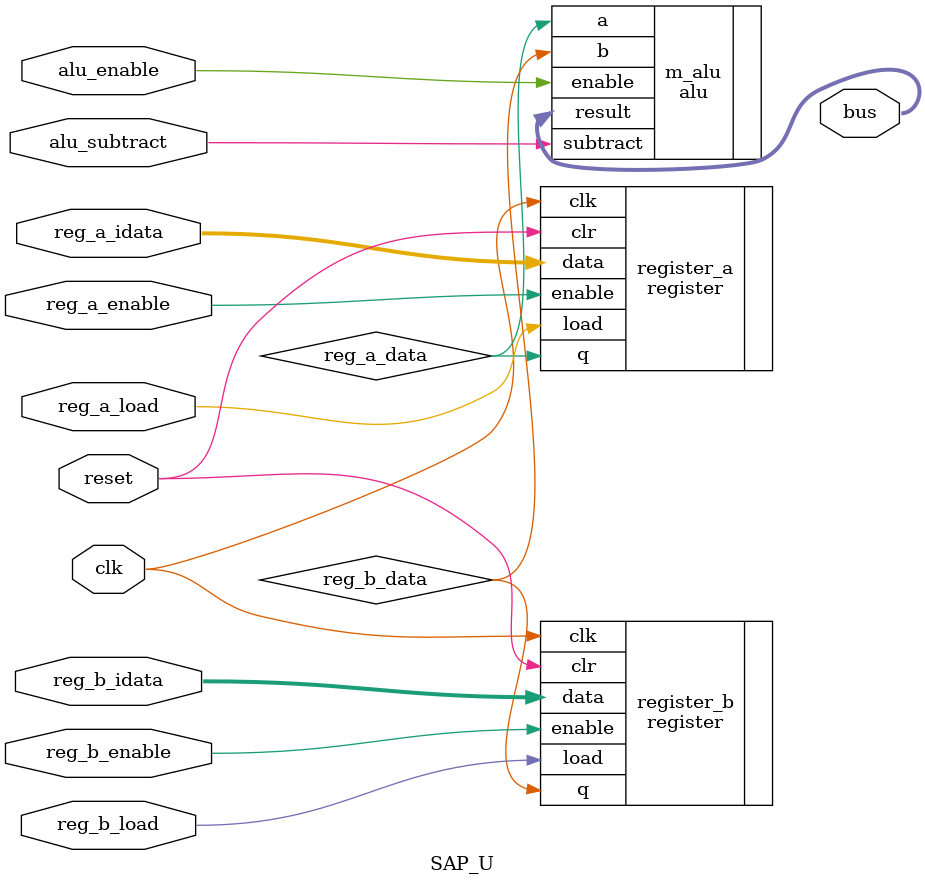
<source format=v>
`default_nettype none
module SAP_U (
    // System inputs
    input wire clk,   // System clock
    input wire reset, // System reset

    // Register A
    input wire       reg_a_load,    // Load signal
    input wire       reg_a_enable,  // Enable signal
    input wire [7:0] reg_a_idata,   // 8-bit data input

    // Register B
    input wire       reg_b_load,    // Load signal
    input wire       reg_b_enable,  // Enable signal
    input wire [7:0] reg_b_idata,   // 8-bit data input

    // ALU
    input wire alu_enable,
    input wire alu_subtract,

    // Outputs
    output wire [7:0] bus  // 8-bit bus
);

  // stored data in registers
  wire reg_a_data;
  wire reg_b_data;

  register register_a (
      .clk(clk),
      .clr(reset),
      .load(reg_a_load),
      .enable(reg_a_enable),
      .data(reg_a_idata),
      .q(reg_a_data)
  );
  register register_b (
      .clk(clk),
      .clr(reset),
      .load(reg_b_load),
      .enable(reg_b_enable),
      .data(reg_b_idata),
      .q(reg_b_data)
  );

  alu m_alu (
      .a(reg_a_data),
      .b(reg_b_data),
      .enable(alu_enable),
      .subtract(alu_subtract),
      .result(bus)
  );

endmodule

</source>
